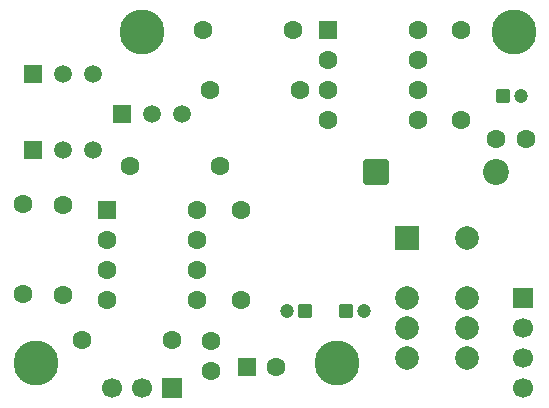
<source format=gbr>
%TF.GenerationSoftware,KiCad,Pcbnew,9.0.6*%
%TF.CreationDate,2025-12-23T12:21:06+09:00*%
%TF.ProjectId,ils,696c732e-6b69-4636-9164-5f7063625858,rev?*%
%TF.SameCoordinates,Original*%
%TF.FileFunction,Soldermask,Bot*%
%TF.FilePolarity,Negative*%
%FSLAX46Y46*%
G04 Gerber Fmt 4.6, Leading zero omitted, Abs format (unit mm)*
G04 Created by KiCad (PCBNEW 9.0.6) date 2025-12-23 12:21:06*
%MOMM*%
%LPD*%
G01*
G04 APERTURE LIST*
G04 Aperture macros list*
%AMRoundRect*
0 Rectangle with rounded corners*
0 $1 Rounding radius*
0 $2 $3 $4 $5 $6 $7 $8 $9 X,Y pos of 4 corners*
0 Add a 4 corners polygon primitive as box body*
4,1,4,$2,$3,$4,$5,$6,$7,$8,$9,$2,$3,0*
0 Add four circle primitives for the rounded corners*
1,1,$1+$1,$2,$3*
1,1,$1+$1,$4,$5*
1,1,$1+$1,$6,$7*
1,1,$1+$1,$8,$9*
0 Add four rect primitives between the rounded corners*
20,1,$1+$1,$2,$3,$4,$5,0*
20,1,$1+$1,$4,$5,$6,$7,0*
20,1,$1+$1,$6,$7,$8,$9,0*
20,1,$1+$1,$8,$9,$2,$3,0*%
G04 Aperture macros list end*
%ADD10RoundRect,0.250000X-0.350000X-0.350000X0.350000X-0.350000X0.350000X0.350000X-0.350000X0.350000X0*%
%ADD11C,1.200000*%
%ADD12RoundRect,0.250000X0.350000X0.350000X-0.350000X0.350000X-0.350000X-0.350000X0.350000X-0.350000X0*%
%ADD13C,3.800000*%
%ADD14C,2.600000*%
%ADD15C,1.600000*%
%ADD16RoundRect,0.250000X-0.550000X-0.550000X0.550000X-0.550000X0.550000X0.550000X-0.550000X0.550000X0*%
%ADD17R,1.700000X1.700000*%
%ADD18C,1.700000*%
%ADD19RoundRect,0.249999X-0.850001X-0.850001X0.850001X-0.850001X0.850001X0.850001X-0.850001X0.850001X0*%
%ADD20C,2.200000*%
%ADD21R,2.000000X2.000000*%
%ADD22C,2.000000*%
%ADD23R,1.500000X1.500000*%
%ADD24C,1.500000*%
G04 APERTURE END LIST*
D10*
%TO.C,C6*%
X161977401Y-132000000D03*
D11*
X163477401Y-132000000D03*
%TD*%
D12*
%TO.C,C5*%
X158450000Y-132000000D03*
D11*
X156950000Y-132000000D03*
%TD*%
D13*
%TO.C,REF\u002A\u002A*%
X176150000Y-108400000D03*
D14*
X176150000Y-108400000D03*
%TD*%
D15*
%TO.C,U2*%
X168060000Y-108230000D03*
X168060000Y-110770000D03*
X168060000Y-113310000D03*
X168060000Y-115850000D03*
X160440000Y-115850000D03*
X160440000Y-113310000D03*
X160440000Y-110770000D03*
D16*
X160440000Y-108230000D03*
%TD*%
D15*
%TO.C,R2*%
X171660000Y-115860000D03*
X171660000Y-108240000D03*
%TD*%
D14*
%TO.C,REF\u002A\u002A*%
X135650000Y-136400000D03*
D13*
X135650000Y-136400000D03*
%TD*%
D15*
%TO.C,C3*%
X150500000Y-137100000D03*
X150500000Y-134600000D03*
%TD*%
%TO.C,C1*%
X177150000Y-117500000D03*
X174650000Y-117500000D03*
%TD*%
D17*
%TO.C,J2*%
X147190000Y-138500000D03*
D18*
X144650000Y-138500000D03*
X142110000Y-138500000D03*
%TD*%
D16*
%TO.C,C4*%
X153544888Y-136750000D03*
D15*
X156044888Y-136750000D03*
%TD*%
D14*
%TO.C,REF\u002A\u002A*%
X161150000Y-136400000D03*
D13*
X161150000Y-136400000D03*
%TD*%
D10*
%TO.C,C2*%
X175227401Y-113850000D03*
D11*
X176727401Y-113850000D03*
%TD*%
D19*
%TO.C,D1*%
X164470000Y-120250000D03*
D20*
X174630000Y-120250000D03*
%TD*%
D15*
%TO.C,R6*%
X138000000Y-130645000D03*
X138000000Y-123025000D03*
%TD*%
%TO.C,R1*%
X143690000Y-119750000D03*
X151310000Y-119750000D03*
%TD*%
%TO.C,R5*%
X153050000Y-123440000D03*
X153050000Y-131060000D03*
%TD*%
%TO.C,R3*%
X139590000Y-134450000D03*
X147210000Y-134450000D03*
%TD*%
D21*
%TO.C,K1*%
X167120000Y-125870000D03*
D22*
X167120000Y-130950000D03*
X167120000Y-133490000D03*
X167120000Y-136030000D03*
X172200000Y-136030000D03*
X172200000Y-133490000D03*
X172200000Y-130950000D03*
X172200000Y-125870000D03*
%TD*%
D14*
%TO.C,REF\u002A\u002A*%
X144650000Y-108400000D03*
D13*
X144650000Y-108400000D03*
%TD*%
D17*
%TO.C,J1*%
X176900000Y-130940000D03*
D18*
X176900000Y-133480000D03*
X176900000Y-136020000D03*
X176900000Y-138560000D03*
%TD*%
D15*
%TO.C,R8*%
X134550000Y-130610000D03*
X134550000Y-122990000D03*
%TD*%
%TO.C,R4*%
X158060000Y-113300000D03*
X150440000Y-113300000D03*
%TD*%
%TO.C,R7*%
X149850000Y-108250000D03*
X157470000Y-108250000D03*
%TD*%
D23*
%TO.C,Q3*%
X135470000Y-111950000D03*
D24*
X138010000Y-111950000D03*
X140550000Y-111950000D03*
%TD*%
D23*
%TO.C,Q1*%
X135460000Y-118385000D03*
D24*
X138000000Y-118385000D03*
X140540000Y-118385000D03*
%TD*%
D23*
%TO.C,Q2*%
X143000000Y-115300000D03*
D24*
X145540000Y-115300000D03*
X148080000Y-115300000D03*
%TD*%
D16*
%TO.C,U1*%
X141695000Y-123440000D03*
D15*
X141695000Y-125980000D03*
X141695000Y-128520000D03*
X141695000Y-131060000D03*
X149315000Y-131060000D03*
X149315000Y-128520000D03*
X149315000Y-125980000D03*
X149315000Y-123440000D03*
%TD*%
M02*

</source>
